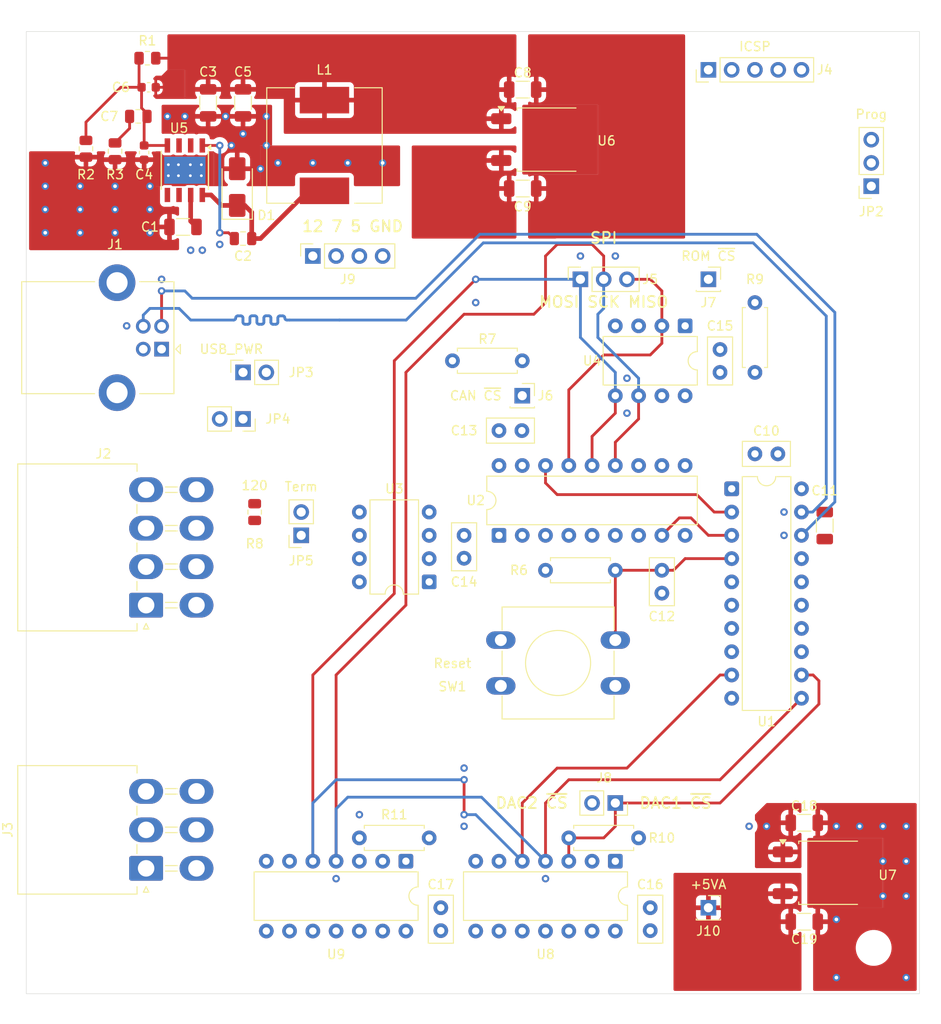
<source format=kicad_pcb>
(kicad_pcb (version 20241229) (generator "pcbnew") (generator_version "9.0")
  (title_block (title "CAN Gauge Interface") (date "2025-09-27") (rev "0.1") (company "Sam Anthony"))
  (layers (0 "F.Cu" signal) (4 "In1.Cu" signal) (6 "In2.Cu" signal) (2 "B.Cu" power) (13 "F.Paste" user) (15 "B.Paste" user) (5 "F.SilkS" user "F.Silkscreen") (7 "B.SilkS" user "B.Silkscreen") (1 "F.Mask" user) (3 "B.Mask" user) (25 "Edge.Cuts" user))
  (net 0 "")
  (net 1 "GND")
  (net 2 "+12V")
  (net 3 "Net-(U5-BOOT)")
  (net 4 "+7V")
  (net 5 "Net-(C7-Pad2)")
  (net 6 "+5V")
  (net 7 "Net-(U1-Vusb3v3)")
  (net 8 "/~{MCLR}")
  (net 9 "+5VA")
  (net 10 "/USB_D+")
  (net 11 "/USB_D-")
  (net 12 "VBUS")
  (net 15 "/CAN_L")
  (net 16 "/Speed")
  (net 17 "/Tach")
  (net 18 "/CAN_H")
  (net 19 "/AN4")
  (net 20 "/AN2")
  (net 21 "/AN3")
  (net 22 "/AN1")
  (net 23 "/ICSP_CLK")
  (net 24 "/ICSP_DAT")
  (net 25 "/SCK")
  (net 26 "/MOSI")
  (net 27 "/MISO")
  (net 28 "/CAN_~{CS}")
  (net 29 "/ROM_~{CS}")
  (net 30 "/DAC2_~{CS}")
  (net 31 "/DAC1_~{CS}")
  (net 32 "/INT{slash}ICSP_CLK")
  (net 33 "/INT")
  (net 34 "Net-(JP5-B)")
  (net 36 "/CLK")
  (net 39 "/CAN_RX")
  (net 40 "/CAN_TX")
  (net 53 "/PH")
  (net 54 "/sense")
  (footprint "Connector_PinSocket_2.54mm:PinSocket_1x01_P2.54mm_Vertical" (layer "F.Cu") (at 124.46 129.54)
    (property "Reference" "J7")
    (property "Value" "ROM ~{CS}")
  )
  (footprint "Capacitor_SMD:C_1206_3216Metric" (layer "F.Cu") (at 104.189 119.634)
    (property "Reference" "C9")
    (property "Value" "10u" (hide yes))
  )
  (footprint "Capacitor_SMD:C_0805_2012Metric" (layer "F.Cu") (at 62.23 111.76 180)
    (property "Reference" "C7")
    (property "Value" "47n" (hide yes))
  )
  (footprint "Connector_PinSocket_2.54mm:PinSocket_1x04_P2.54mm_Vertical" (layer "F.Cu") (at 81.28 127 90)
    (property "Reference" "J9")
    (property "Value" "Conn_01x04_Socket" (hide yes))
  )
  (footprint "MountingHole:MountingHole_3.2mm_M3_DIN965" (layer "F.Cu") (at 55 202.5)
    (property "Reference" "H1" (hide yes))
    (property "Value" "MountingHole" (hide yes))
  )
  (footprint "Capacitor_SMD:C_1206_3216Metric" (layer "F.Cu") (at 134.923 199.644)
    (property "Reference" "C19")
    (property "Value" "10u" (hide yes))
  )
  (footprint "Resistor_THT:R_Axial_DIN0207_L6.3mm_D2.5mm_P7.62mm_Horizontal" (layer "F.Cu") (at 116.84 190.5 180)
    (property "Reference" "R10")
    (property "Value" "10k" (hide yes))
  )
  (footprint "Capacitor_SMD:C_1206_3216Metric" (layer "F.Cu") (at 134.923 188.849)
    (property "Reference" "C18")
    (property "Value" "10u" (hide yes))
  )
  (footprint "Package_TO_SOT_SMD:TO-252-2" (layer "F.Cu") (at 106.894 114.294)
    (property "Reference" "U6")
    (property "Value" "L78M05AB" (hide yes))
  )
  (footprint "Capacitor_THT:C_Disc_D5.0mm_W2.5mm_P2.50mm" (layer "F.Cu") (at 118.11 198.12 -90)
    (property "Reference" "C16")
    (property "Value" "100n" (hide yes))
  )
  (footprint "MountingHole:MountingHole_3.2mm_M3_DIN965" (layer "F.Cu") (at 142.5 202.5)
    (property "Reference" "H2" (hide yes))
    (property "Value" "MountingHole" (hide yes))
  )
  (footprint "Capacitor_SMD:C_0603_1608Metric" (layer "F.Cu") (at 62.865 115.71 -90)
    (property "Reference" "C4")
    (property "Value" "220p" (hide yes))
  )
  (footprint "Connector_Molex:Molex_Mini-Fit_Jr_5569-06A2_2x03_P4.20mm_Horizontal" (layer "F.Cu") (at 63.08 193.82 90)
    (property "Reference" "J3")
    (property "Value" "Analog")
  )
  (footprint "Resistor_SMD:R_0805_2012Metric" (layer "F.Cu") (at 63.2225 105.41)
    (property "Reference" "R1")
    (property "Value" "10k" (hide yes))
  )
  (footprint "Connector_USB:USB_B_Lumberg_2411_02_Horizontal" (layer "F.Cu") (at 64.77 137.16 180)
    (property "Reference" "J1")
    (property "Value" "USB_B" (hide yes))
  )
  (footprint "Connector_PinSocket_2.54mm:PinSocket_1x02_P2.54mm_Vertical" (layer "F.Cu") (at 80.01 157.48 180)
    (property "Reference" "JP5")
    (property "Value" "Term")
  )
  (footprint "Capacitor_SMD:C_0603_1608Metric" (layer "F.Cu") (at 63.36 108.585)
    (property "Reference" "C6")
    (property "Value" "3300p" (hide yes))
  )
  (footprint "Inductor_SMD:L_12x12mm_H8mm" (layer "F.Cu") (at 82.55 114.935 90)
    (property "Reference" "L1")
    (property "Value" "150u" (hide yes))
  )
  (footprint "MountingHole:MountingHole_3.2mm_M3_DIN965" (layer "F.Cu") (at 55 107.5)
    (property "Reference" "H4" (hide yes))
    (property "Value" "MountingHole" (hide yes))
  )
  (footprint "Resistor_SMD:R_0805_2012Metric" (layer "F.Cu") (at 56.515 115.2925 -90)
    (property "Reference" "R2")
    (property "Value" "3k24" (hide yes))
  )
  (footprint "Resistor_THT:R_Axial_DIN0207_L6.3mm_D2.5mm_P7.62mm_Horizontal" (layer "F.Cu") (at 106.68 161.29)
    (property "Reference" "R6")
    (property "Value" "10k" (hide yes))
  )
  (footprint "Connector_PinSocket_2.54mm:PinSocket_1x02_P2.54mm_Vertical" (layer "F.Cu") (at 114.3 186.69 -90)
    (property "Reference" "J8")
    (property "Value" "DAC ~{CS}" (hide yes))
  )
  (footprint "Button_Switch_THT:SW_PUSH-12mm" (layer "F.Cu") (at 114.3 173.91 180)
    (property "Reference" "SW1")
    (property "Value" "Reset")
  )
  (footprint "Capacitor_SMD:C_1206_3216Metric" (layer "F.Cu") (at 69.85 110.285 -90)
    (property "Reference" "C3")
    (property "Value" "22u" (hide yes))
  )
  (footprint "Connector_PinSocket_2.54mm:PinSocket_1x01_P2.54mm_Vertical" (layer "F.Cu") (at 104.14 142.24)
    (property "Reference" "J6")
    (property "Value" "CAN ~{CS}")
  )
  (footprint "Resistor_THT:R_Axial_DIN0207_L6.3mm_D2.5mm_P7.62mm_Horizontal" (layer "F.Cu") (at 129.54 139.7 90)
    (property "Reference" "R9")
    (property "Value" "10k" (hide yes))
  )
  (footprint "Connector_PinSocket_2.54mm:PinSocket_1x03_P2.54mm_Vertical" (layer "F.Cu") (at 142.24 119.38 180)
    (property "Reference" "JP2")
    (property "Value" "Prog")
  )
  (footprint "Package_DIP:DIP-14_W7.62mm" (layer "F.Cu") (at 114.3 193.04 -90)
    (property "Reference" "U8")
    (property "Value" "MCP4912" (hide yes))
  )
  (footprint "Diode_SMD:D_SMA" (layer "F.Cu") (at 73.025 119.475 90)
    (property "Reference" "D1")
    (property "Value" "SS34" (hide yes))
  )
  (footprint "Connector_Molex:Molex_Mini-Fit_Jr_5569-08A2_2x04_P4.20mm_Horizontal" (layer "F.Cu") (at 63.08 165.1 90)
    (property "Reference" "J2")
    (property "Value" "Conn_02x04_Top_Bottom" (hide yes))
  )
  (footprint "Resistor_SMD:R_0805_2012Metric" (layer "F.Cu") (at 59.69 115.57 -90)
    (property "Reference" "R3")
    (property "Value" "2k7" (hide yes))
  )
  (footprint "Package_DIP:DIP-8_W7.62mm" (layer "F.Cu") (at 93.98 162.56 180)
    (property "Reference" "U3")
    (property "Value" "MCP2561-E-P" (hide yes))
  )
  (footprint "Resistor_THT:R_Axial_DIN0207_L6.3mm_D2.5mm_P7.62mm_Horizontal" (layer "F.Cu") (at 96.52 138.43)
    (property "Reference" "R7")
    (property "Value" "10k" (hide yes))
  )
  (footprint "Capacitor_SMD:C_1206_3216Metric" (layer "F.Cu") (at 73.66 110.285 -90)
    (property "Reference" "C5")
    (property "Value" "22u" (hide yes))
  )
  (footprint "Connector_PinHeader_2.54mm:PinHeader_1x05_P2.54mm_Vertical" (layer "F.Cu") (at 124.46 106.68 90)
    (property "Reference" "J4")
    (property "Value" "ICSP")
  )
  (footprint "Capacitor_THT:C_Disc_D5.0mm_W2.5mm_P2.50mm" (layer "F.Cu") (at 97.79 159.98 90)
    (property "Reference" "C14")
    (property "Value" "100n" (hide yes))
  )
  (footprint "Connector_PinSocket_2.54mm:PinSocket_1x03_P2.54mm_Vertical" (layer "F.Cu") (at 110.49 129.54 90)
    (property "Reference" "J5")
    (property "Value" "SPI Debug" (hide yes))
  )
  (footprint "Connector_PinSocket_2.54mm:PinSocket_1x02_P2.54mm_Vertical" (layer "F.Cu") (at 73.66 144.78 -90)
    (property "Reference" "JP4")
    (property "Value" "USB_PWR" (hide yes))
  )
  (footprint "Capacitor_SMD:C_1206_3216Metric" (layer "F.Cu") (at 104.189 108.839)
    (property "Reference" "C8")
    (property "Value" "10u" (hide yes))
  )
  (footprint "Connector_PinSocket_2.54mm:PinSocket_1x01_P2.54mm_Vertical" (layer "F.Cu") (at 124.46 198.12)
    (property "Reference" "J10")
    (property "Value" "+5VA")
  )
  (footprint "Package_DIP:DIP-20_W7.62mm" (layer "F.Cu") (at 127 152.4)
    (property "Reference" "U1")
    (property "Value" "PIC16F1459-IP" (hide yes))
  )
  (footprint "Capacitor_SMD:C_0805_2012Metric" (layer "F.Cu") (at 73.66 125.095)
    (property "Reference" "C2")
    (property "Value" "10n" (hide yes))
  )
  (footprint "Package_SO:TI_SO-PowerPAD-8_ThermalVias" (layer "F.Cu") (at 67.31 117.635 -90)
    (property "Reference" "U5")
    (property "Value" "TPS5430DDA" (hide yes))
  )
  (footprint "Capacitor_THT:C_Disc_D5.0mm_W2.5mm_P2.50mm" (layer "F.Cu") (at 119.38 161.29 -90)
    (property "Reference" "C12")
    (property "Value" "100n" (hide yes))
  )
  (footprint "Capacitor_THT:C_Disc_D5.0mm_W2.5mm_P2.50mm" (layer "F.Cu") (at 95.25 198.12 -90)
    (property "Reference" "C17")
    (property "Value" "100n" (hide yes))
  )
  (footprint "Resistor_SMD:R_0805_2012Metric" (layer "F.Cu") (at 74.93 154.94 90)
    (property "Reference" "R8")
    (property "Value" "120")
  )
  (footprint "Capacitor_THT:C_Disc_D5.0mm_W2.5mm_P2.50mm" (layer "F.Cu") (at 129.54 148.59)
    (property "Reference" "C10")
    (property "Value" "100n" (hide yes))
  )
  (footprint "MountingHole:MountingHole_3.2mm_M3_DIN965" (layer "F.Cu") (at 142.5 107.5)
    (property "Reference" "H3" (hide yes))
    (property "Value" "MountingHole" (hide yes))
  )
  (footprint "Capacitor_THT:C_Disc_D5.0mm_W2.5mm_P2.50mm" (layer "F.Cu") (at 104.1 146.05 180)
    (property "Reference" "C13")
    (property "Value" "100n" (hide yes))
  )
  (footprint "Resistor_THT:R_Axial_DIN0207_L6.3mm_D2.5mm_P7.62mm_Horizontal" (layer "F.Cu") (at 93.98 190.5 180)
    (property "Reference" "R11")
    (property "Value" "10k" (hide yes))
  )
  (footprint "Connector_PinSocket_2.54mm:PinSocket_1x02_P2.54mm_Vertical" (layer "F.Cu") (at 73.66 139.7 90)
    (property "Reference" "JP3")
    (property "Value" "USB_PWR")
  )
  (footprint "Package_DIP:DIP-18_W7.62mm" (layer "F.Cu") (at 101.6 157.48 90)
    (property "Reference" "U2")
    (property "Value" "MCP2515-I/P" (hide yes))
  )
  (footprint "Capacitor_SMD:C_1206_3216Metric" (layer "F.Cu") (at 137.16 156.415 90)
    (property "Reference" "C11")
    (property "Value" "1u" (hide yes))
  )
  (footprint "Package_DIP:DIP-8_W7.62mm" (layer "F.Cu") (at 121.92 134.62 -90)
    (property "Reference" "U4")
    (property "Value" "25LC160C" (hide yes))
  )
  (footprint "Package_TO_SOT_SMD:TO-252-2" (layer "F.Cu") (at 137.628 194.304)
    (property "Reference" "U7")
    (property "Value" "L78M05AB" (hide yes))
  )
  (footprint "Capacitor_SMD:C_1206_3216Metric" (layer "F.Cu") (at 67.105 123.825 180)
    (property "Reference" "C1")
    (property "Value" "22u" (hide yes))
  )
  (footprint "Capacitor_THT:C_Disc_D5.0mm_W2.5mm_P2.50mm" (layer "F.Cu") (at 125.73 137.2 -90)
    (property "Reference" "C15")
    (property "Value" "100n" (hide yes))
  )
  (footprint "Package_DIP:DIP-14_W7.62mm" (layer "F.Cu") (at 91.44 193.04 -90)
    (property "Reference" "U9")
    (property "Value" "MCP4912" (hide yes))
  )
  (gr_rect (start 50 102.5) (end 147.5 207.5) (stroke (width 0.05)) (fill no) (layer "Edge.Cuts"))
  (gr_text "12 7 5 GND" (at 80.01 124.46 0) (layer "F.SilkS") (effects (font (size 1.2 1.2) (thickness 0.2) (bold yes)) (justify left bottom)))
  (gr_text "SPI" (at 113.03 125.73 0) (layer "F.SilkS") (effects (font (size 1.2 1.2) (thickness 0.2) (bold yes)) (justify bottom)))
  (gr_text "DAC2 ~{CS}" (at 109.22 186.69 0) (layer "F.SilkS") (effects (font (size 1.2 1.2) (thickness 0.2) (bold yes)) (justify right)))
  (gr_text "DAC1 ~{CS}" (at 116.84 186.69 0) (layer "F.SilkS") (effects (font (size 1.2 1.2) (thickness 0.2) (bold yes)) (justify left)))
  (gr_text "MOSI SCK MISO" (at 113.03 132.715 0) (layer "F.SilkS") (effects (font (size 1.2 1.2) (thickness 0.2) (bold yes)) (justify bottom)))
  (via (at 71.755 111.76) (size 0.8128) (drill 0.4) (layers "F.Cu" "B.Cu") (net 1))
  (via (at 73.66 113.665) (size 0.8128) (drill 0.4) (layers "F.Cu" "B.Cu") (net 1))
  (via (at 63.5 124.46) (size 0.8128) (drill 0.4) (layers "F.Cu" "B.Cu") (net 1))
  (via (at 146.05 196.85) (size 0.8128) (drill 0.4) (layers "F.Cu" "B.Cu") (net 1))
  (via (at 67.31 111.76) (size 0.8128) (drill 0.4) (layers "F.Cu" "B.Cu") (net 1))
  (via (at 86.36 187.96) (size 0.8128) (drill 0.4) (layers "F.Cu" "B.Cu") (net 1))
  (via (at 138.43 199.39) (size 0.8128) (drill 0.4) (layers "F.Cu" "B.Cu") (net 1))
  (via (at 69.215 126.365) (size 0.8128) (drill 0.4) (layers "F.Cu" "B.Cu") (net 1))
  (via (at 146.05 193.04) (size 0.8128) (drill 0.4) (layers "F.Cu" "B.Cu") (net 1))
  (via (at 143.51 189.23) (size 0.8128) (drill 0.4) (layers "F.Cu" "B.Cu") (net 1))
  (via (at 75.565 117.475) (size 0.8128) (drill 0.4) (layers "F.Cu" "B.Cu") (net 1))
  (via (at 65.405 111.76) (size 0.8128) (drill 0.4) (layers "F.Cu" "B.Cu") (net 1))
  (via (at 55.88 121.92) (size 0.8128) (drill 0.4) (layers "F.Cu" "B.Cu") (net 1))
  (via (at 138.43 189.23) (size 0.8128) (drill 0.4) (layers "F.Cu" "B.Cu") (net 1))
  (via (at 110.49 127) (size 0.8128) (drill 0.4) (layers "F.Cu" "B.Cu") (net 1))
  (via (at 128.905 189.23) (size 0.8128) (drill 0.4) (layers "F.Cu" "B.Cu") (net 1))
  (via (at 132.715 157.48) (size 0.8128) (drill 0.4) (layers "F.Cu" "B.Cu") (net 1))
  (via (at 52.07 119.38) (size 0.8128) (drill 0.4) (layers "F.Cu" "B.Cu") (net 1))
  (via (at 146.05 205.74) (size 0.8128) (drill 0.4) (layers "F.Cu" "B.Cu") (net 1))
  (via (at 59.69 121.92) (size 0.8128) (drill 0.4) (layers "F.Cu" "B.Cu") (net 1))
  (via (at 115.57 140.335) (size 0.8128) (drill 0.4) (layers "F.Cu" "B.Cu") (net 1))
  (via (at 55.88 119.38) (size 0.8128) (drill 0.4) (layers "F.Cu" "B.Cu") (net 1))
  (via (at 106.68 194.945) (size 0.8128) (drill 0.4) (layers "F.Cu" "B.Cu") (net 1))
  (via (at 76.2 114.935) (size 0.8128) (drill 0.4) (layers "F.Cu" "B.Cu") (net 1))
  (via (at 140.97 189.23) (size 0.8128) (drill 0.4) (layers "F.Cu" "B.Cu") (net 1))
  (via (at 60.96 134.62) (size 0.8128) (drill 0.4) (layers "F.Cu" "B.Cu") (net 1))
  (via (at 115.57 144.145) (size 0.8128) (drill 0.4) (layers "F.Cu" "B.Cu") (net 1))
  (via (at 71.12 125.73) (size 0.8128) (drill 0.4) (layers "F.Cu" "B.Cu") (net 1))
  (via (at 88.9 116.84) (size 0.8128) (drill 0.4) (layers "F.Cu" "B.Cu") (net 1))
  (via (at 138.43 205.74) (size 0.8128) (drill 0.4) (layers "F.Cu" "B.Cu") (net 1))
  (via (at 99.06 132.08) (size 0.8128) (drill 0.4) (layers "F.Cu" "B.Cu") (net 1))
  (via (at 52.07 116.84) (size 0.8128) (drill 0.4) (layers "F.Cu" "B.Cu") (net 1))
  (via (at 72.39 114.935) (size 0.8128) (drill 0.4) (layers "F.Cu" "B.Cu") (net 1))
  (via (at 64.77 129.54) (size 0.8128) (drill 0.4) (layers "F.Cu" "B.Cu") (net 1))
  (via (at 63.5 121.92) (size 0.8128) (drill 0.4) (layers "F.Cu" "B.Cu") (net 1))
  (via (at 97.79 189.23) (size 0.8128) (drill 0.4) (layers "F.Cu" "B.Cu") (net 1))
  (via (at 52.07 124.46) (size 0.8128) (drill 0.4) (layers "F.Cu" "B.Cu") (net 1))
  (via (at 83.82 194.945) (size 0.8128) (drill 0.4) (layers "F.Cu" "B.Cu") (net 1))
  (via (at 146.05 189.23) (size 0.8128) (drill 0.4) (layers "F.Cu" "B.Cu") (net 1))
  (via (at 59.69 119.38) (size 0.8128) (drill 0.4) (layers "F.Cu" "B.Cu") (net 1))
  (via (at 97.79 182.88) (size 0.8128) (drill 0.4) (layers "F.Cu" "B.Cu") (net 1))
  (via (at 55.88 124.46) (size 0.8128) (drill 0.4) (layers "F.Cu" "B.Cu") (net 1))
  (via (at 132.715 154.94) (size 0.8128) (drill 0.4) (layers "F.Cu" "B.Cu") (net 1))
  (via (at 143.51 196.85) (size 0.8128) (drill 0.4) (layers "F.Cu" "B.Cu") (net 1))
  (via (at 63.5 119.38) (size 0.8128) (drill 0.4) (layers "F.Cu" "B.Cu") (net 1))
  (via (at 59.69 124.46) (size 0.8128) (drill 0.4) (layers "F.Cu" "B.Cu") (net 1))
  (via (at 76.2 111.76) (size 0.8128) (drill 0.4) (layers "F.Cu" "B.Cu") (net 1))
  (via (at 77.47 116.84) (size 0.8128) (drill 0.4) (layers "F.Cu" "B.Cu") (net 1))
  (via (at 143.51 193.04) (size 0.8128) (drill 0.4) (layers "F.Cu" "B.Cu") (net 1))
  (via (at 81.28 116.84) (size 0.8128) (drill 0.4) (layers "F.Cu" "B.Cu") (net 1))
  (via (at 52.07 121.92) (size 0.8128) (drill 0.4) (layers "F.Cu" "B.Cu") (net 1))
  (via (at 85.09 116.84) (size 0.8128) (drill 0.4) (layers "F.Cu" "B.Cu") (net 1))
  (via (at 114.3 127) (size 0.8128) (drill 0.4) (layers "F.Cu" "B.Cu") (net 1))
  (segment (start 67.945 123.19) (end 68.58 123.825) (width 0.508) (layer "F.Cu") (net 2))
  (segment (start 67.945 120.335) (end 67.945 123.19) (width 0.508) (layer "F.Cu") (net 2))
  (via (at 67.945 126.365) (size 0.8128) (drill 0.4) (layers "F.Cu" "B.Cu") (net 2))
  (segment (start 69.215 114.935) (end 71.12 114.935) (width 0.3048) (layer "F.Cu") (net 3))
  (segment (start 72.075 124.46) (end 72.71 125.095) (width 0.3048) (layer "F.Cu") (net 3))
  (segment (start 71.12 124.46) (end 72.075 124.46) (width 0.3048) (layer "F.Cu") (net 3))
  (via (at 71.12 114.935) (size 0.8128) (drill 0.4) (layers "F.Cu" "B.Cu") (net 3))
  (via (at 71.12 124.46) (size 0.8128) (drill 0.4) (layers "F.Cu" "B.Cu") (net 3))
  (segment (start 71.12 114.935) (end 71.12 124.46) (width 0.3048) (layer "B.Cu") (net 3))
  (segment (start 69.85 107.315) (end 69.85 108.81) (width 0.3048) (layer "F.Cu") (net 4))
  (segment (start 64.135 105.41) (end 67.945 105.41) (width 0.3048) (layer "F.Cu") (net 4))
  (segment (start 67.945 105.41) (end 69.85 107.315) (width 0.3048) (layer "F.Cu") (net 4))
  (via (at 130.81 189.23) (size 0.8128) (drill 0.4) (layers "F.Cu" "B.Cu") (net 4))
  (segment (start 61.28 113.0675) (end 59.69 114.6575) (width 0.3048) (layer "F.Cu") (net 5))
  (segment (start 61.28 111.76) (end 61.28 113.0675) (width 0.3048) (layer "F.Cu") (net 5))
  (segment (start 120.65 161.29) (end 119.38 161.29) (width 0.3048) (layer "F.Cu") (net 8))
  (segment (start 119.38 161.29) (end 114.3 161.29) (width 0.3048) (layer "F.Cu") (net 8))
  (segment (start 121.92 160.02) (end 120.65 161.29) (width 0.3048) (layer "F.Cu") (net 8))
  (segment (start 114.3 161.29) (end 114.3 168.91) (width 0.3048) (layer "F.Cu") (net 8))
  (segment (start 127 160.02) (end 121.92 160.02) (width 0.3048) (layer "F.Cu") (net 8))
  (segment (start 77.461574 134.216077) (end 77.461574 133.985) (width 0.3048) (layer "B.Cu") (net 10))
  (segment (start 76.168649 133.522849) (end 76.468499 133.522849) (width 0.3048) (layer "B.Cu") (net 10))
  (segment (start 73.88265 134.447153) (end 74.182498 134.447153) (width 0.3048) (layer "B.Cu") (net 10))
  (segment (start 137.3251 153.445822) (end 135.830922 154.94) (width 0.3048) (layer "B.Cu") (net 10))
  (segment (start 84.179101 133.985) (end 91.46954 133.985) (width 0.3048) (layer "B.Cu") (net 10))
  (segment (start 129.34536 125.5649) (end 137.3251 133.54464) (width 0.3048) (layer "B.Cu") (net 10))
  (segment (start 76.93065 134.447153) (end 77.230498 134.447153) (width 0.3048) (layer "B.Cu") (net 10))
  (segment (start 74.413574 133.985) (end 74.413574 133.753923) (width 0.3048) (layer "B.Cu") (net 10))
  (segment (start 76.699574 133.753924) (end 76.699574 133.985) (width 0.3048) (layer "B.Cu") (net 10))
  (segment (start 91.46954 133.985) (end 99.88964 125.5649) (width 0.3048) (layer "B.Cu") (net 10))
  (segment (start 78.731574 133.985) (end 84.179101 133.985) (width 0.3048) (layer "B.Cu") (net 10))
  (segment (start 62.77 133.445) (end 63.5 132.715) (width 0.3048) (layer "B.Cu") (net 10))
  (segment (start 75.40665 134.447152) (end 75.706498 134.447152) (width 0.3048) (layer "B.Cu") (net 10))
  (segment (start 73.651574 133.985) (end 73.651574 134.216077) (width 0.3048) (layer "B.Cu") (net 10))
  (segment (start 77.689051 133.530046) (end 77.996097 133.530046) (width 0.3048) (layer "B.Cu") (net 10))
  (segment (start 63.5 132.715) (end 66.675 132.715) (width 0.3048) (layer "B.Cu") (net 10))
  (segment (start 75.937574 133.985) (end 75.937574 133.753924) (width 0.3048) (layer "B.Cu") (net 10))
  (segment (start 62.77 134.66) (end 62.77 133.445) (width 0.3048) (layer "B.Cu") (net 10))
  (segment (start 75.175574 133.985) (end 75.175574 134.216076) (width 0.3048) (layer "B.Cu") (net 10))
  (segment (start 75.937574 134.216076) (end 75.937574 133.985) (width 0.3048) (layer "B.Cu") (net 10))
  (segment (start 67.945 133.985) (end 72.635574 133.985) (width 0.3048) (layer "B.Cu") (net 10))
  (segment (start 99.88964 125.5649) (end 129.34536 125.5649) (width 0.3048) (layer "B.Cu") (net 10))
  (segment (start 74.413574 134.216077) (end 74.413574 133.985) (width 0.3048) (layer "B.Cu") (net 10))
  (segment (start 73.090478 133.530096) (end 73.424122 133.530096) (width 0.3048) (layer "B.Cu") (net 10))
  (segment (start 76.699574 133.985) (end 76.699574 134.216077) (width 0.3048) (layer "B.Cu") (net 10))
  (segment (start 74.64465 133.522847) (end 74.944498 133.522847) (width 0.3048) (layer "B.Cu") (net 10))
  (segment (start 73.651574 133.757548) (end 73.651574 133.985) (width 0.3048) (layer "B.Cu") (net 10))
  (segment (start 137.3251 133.54464) (end 137.3251 153.445822) (width 0.3048) (layer "B.Cu") (net 10))
  (segment (start 77.461574 133.985) (end 77.461574 133.757523) (width 0.3048) (layer "B.Cu") (net 10))
  (segment (start 135.830922 154.94) (end 134.62 154.94) (width 0.3048) (layer "B.Cu") (net 10))
  (segment (start 66.675 132.715) (end 67.945 133.985) (width 0.3048) (layer "B.Cu") (net 10))
  (segment (start 78.451051 133.985) (end 78.731574 133.985) (width 0.3048) (layer "B.Cu") (net 10))
  (segment (start 75.175574 133.753923) (end 75.175574 133.985) (width 0.3048) (layer "B.Cu") (net 10))
  (arc (start 75.937574 133.753924) (mid 76.005254 133.590529) (end 76.168649 133.522849) (width 0.3048) (layer "B.Cu") (net 10))
  (arc (start 76.468499 133.522849) (mid 76.631894 133.590529) (end 76.699574 133.753924) (width 0.3048) (layer "B.Cu") (net 10))
  (arc (start 72.635574 133.985) (mid 72.796407 133.918381) (end 72.863026 133.757548) (width 0.3048) (layer "B.Cu") (net 10))
  (arc (start 77.230498 134.447153) (mid 77.393893 134.379472) (end 77.461574 134.216077) (width 0.3048) (layer "B.Cu") (net 10))
  (arc (start 78.223574 133.757523) (mid 78.2902 133.918374) (end 78.451051 133.985) (width 0.3048) (layer "B.Cu") (net 10))
  (arc (start 77.461574 133.757523) (mid 77.5282 133.596672) (end 77.689051 133.530046) (width 0.3048) (layer "B.Cu") (net 10))
  (arc (start 76.699574 134.216077) (mid 76.767255 134.379472) (end 76.93065 134.447153) (width 0.3048) (layer "B.Cu") (net 10))
  (arc (start 74.413574 133.753923) (mid 74.481255 133.590528) (end 74.64465 133.522847) (width 0.3048) (layer "B.Cu") (net 10))
  (arc (start 75.175574 134.216076) (mid 75.243255 134.379471) (end 75.40665 134.447152) (width 0.3048) (layer "B.Cu") (net 10))
  (arc (start 75.706498 134.447152) (mid 75.869893 134.379471) (end 75.937574 134.216076) (width 0.3048) (layer "B.Cu") (net 10))
  (arc (start 74.944498 133.522847) (mid 75.107893 133.590528) (end 75.175574 133.753923) (width 0.3048) (layer "B.Cu") (net 10))
  (arc (start 77.996097 133.530046) (mid 78.156948 133.596672) (end 78.223574 133.757523) (width 0.3048) (layer "B.Cu") (net 10))
  (arc (start 72.863026 133.757548) (mid 72.929645 133.596715) (end 73.090478 133.530096) (width 0.3048) (layer "B.Cu") (net 10))
  (arc (start 73.651574 134.216077) (mid 73.719255 134.379472) (end 73.88265 134.447153) (width 0.3048) (layer "B.Cu") (net 10))
  (arc (start 74.182498 134.447153) (mid 74.345893 134.379472) (end 74.413574 134.216077) (width 0.3048) (layer "B.Cu") (net 10))
  (arc (start 73.424122 133.530096) (mid 73.584955 133.596715) (end 73.651574 133.757548) (width 0.3048) (layer "B.Cu") (net 10))
  (segment (start 64.77 130.81) (end 64.77 134.66) (width 0.3048) (layer "F.Cu") (net 11))
  (via (at 64.77 130.81) (size 0.8128) (drill 0.4) (layers "F.Cu" "B.Cu") (net 11))
  (segment (start 138.2649 153.8351) (end 138.2649 133.15536) (width 0.3048) (layer "B.Cu") (net 11))
  (segment (start 68.1101 131.6101) (end 67.31 130.81) (width 0.3048) (layer "B.Cu") (net 11))
  (segment (start 129.73464 124.6251) (end 99.50036 124.6251) (width 0.3048) (layer "B.Cu") (net 11))
  (segment (start 138.2649 133.15536) (end 129.73464 124.6251) (width 0.3048) (layer "B.Cu") (net 11))
  (segment (start 92.51536 131.6101) (end 68.1101 131.6101) (width 0.3048) (layer "B.Cu") (net 11))
  (segment (start 67.31 130.81) (end 64.77 130.81) (width 0.3048) (layer "B.Cu") (net 11))
  (segment (start 134.62 157.48) (end 138.2649 153.8351) (width 0.3048) (layer "B.Cu") (net 11))
  (segment (start 99.50036 124.6251) (end 92.51536 131.6101) (width 0.3048) (layer "B.Cu") (net 11))
  (segment (start 91.44 165.1) (end 83.82 172.72) (width 0.3048) (layer "F.Cu") (net 25))
  (segment (start 113.03 129.54) (end 113.03 127) (width 0.3048) (layer "F.Cu") (net 25))
  (segment (start 83.82 172.72) (end 83.82 193.04) (width 0.3048) (layer "F.Cu") (net 25))
  (segment (start 105.41 133.35) (end 97.79 133.35) (width 0.3048) (layer "F.Cu") (net 25))
  (segment (start 125.73 184.15) (end 109.22 184.15) (width 0.3048) (layer "F.Cu") (net 25))
  (segment (start 107.95 125.73) (end 106.68 127) (width 0.3048) (layer "F.Cu") (net 25))
  (segment (start 97.79 133.35) (end 91.44 139.7) (width 0.3048) (layer "F.Cu") (net 25))
  (segment (start 113.03 127) (end 111.76 125.73) (width 0.3048) (layer "F.Cu") (net 25))
  (segment (start 106.68 127) (end 106.68 132.08) (width 0.3048) (layer "F.Cu") (net 25))
  (segment (start 106.68 186.69) (end 106.68 193.04) (width 0.3048) (layer "F.Cu") (net 25))
  (segment (start 91.44 139.7) (end 91.44 165.1) (width 0.3048) (layer "F.Cu") (net 25))
  (segment (start 111.76 125.73) (end 107.95 125.73) (width 0.3048) (layer "F.Cu") (net 25))
  (segment (start 114.3 147.32) (end 114.3 149.86) (width 0.3048) (layer "F.Cu") (net 25))
  (segment (start 116.84 144.78) (end 114.3 147.32) (width 0.3048) (layer "F.Cu") (net 25))
  (segment (start 116.84 142.24) (end 116.84 144.78) (width 0.3048) (layer "F.Cu") (net 25))
  (segment (start 106.68 132.08) (end 105.41 133.35) (width 0.3048) (layer "F.Cu") (net 25))
  (segment (start 109.22 184.15) (end 106.68 186.69) (width 0.3048) (layer "F.Cu") (net 25))
  (segment (start 134.62 175.26) (end 125.73 184.15) (width 0.3048) (layer "F.Cu") (net 25))
  (segment (start 99.695 186.055) (end 106.68 193.04) (width 0.3048) (layer "B.Cu") (net 25))
  (segment (start 112.395 135.89) (end 112.395 133.35) (width 0.3048) (layer "B.Cu") (net 25))
  (segment (start 83.82 193.04) (end 83.82 187.325) (width 0.3048) (layer "B.Cu") (net 25))
  (segment (start 83.82 187.325) (end 85.09 186.055) (width 0.3048) (layer "B.Cu") (net 25))
  (segment (start 116.84 142.24) (end 116.84 140.335) (width 0.3048) (layer "B.Cu") (net 25))
  (segment (start 112.395 133.35) (end 113.03 132.715) (width 0.3048) (layer "B.Cu") (net 25))
  (segment (start 116.84 140.335) (end 112.395 135.89) (width 0.3048) (layer "B.Cu") (net 25))
  (segment (start 85.09 186.055) (end 99.695 186.055) (width 0.3048) (layer "B.Cu") (net 25))
  (segment (start 113.03 132.715) (end 113.03 129.54) (width 0.3048) (layer "B.Cu") (net 25))
  (segment (start 127 172.72) (end 125.73 172.72) (width 0.3048) (layer "F.Cu") (net 26))
  (segment (start 90.17 163.83) (end 90.17 138.43) (width 0.3048) (layer "F.Cu") (net 26))
  (segment (start 97.79 187.96) (end 97.79 184.15) (width 0.3048) (layer "F.Cu") (net 26))
  (segment (start 114.3 144.145) (end 111.76 146.685) (width 0.3048) (layer "F.Cu") (net 26))
  (segment (start 81.28 193.04) (end 81.28 172.72) (width 0.3048) (layer "F.Cu") (net 26))
  (segment (start 114.3 142.24) (end 114.3 144.145) (width 0.3048) (layer "F.Cu") (net 26))
  (segment (start 81.28 172.72) (end 90.17 163.83) (width 0.3048) (layer "F.Cu") (net 26))
  (segment (start 104.14 186.69) (end 104.14 193.04) (width 0.3048) (layer "F.Cu") (net 26))
  (segment (start 111.76 146.685) (end 111.76 149.86) (width 0.3048) (layer "F.Cu") (net 26))
  (segment (start 107.95 182.88) (end 104.14 186.69) (width 0.3048) (layer "F.Cu") (net 26))
  (segment (start 90.17 138.43) (end 99.06 129.54) (width 0.3048) (layer "F.Cu") (net 26))
  (segment (start 125.73 172.72) (end 115.57 182.88) (width 0.3048) (layer "F.Cu") (net 26))
  (segment (start 115.57 182.88) (end 107.95 182.88) (width 0.3048) (layer "F.Cu") (net 26))
  (via (at 97.79 187.96) (size 0.8128) (drill 0.4) (layers "F.Cu" "B.Cu") (net 26))
  (via (at 99.06 129.54) (size 0.8128) (drill 0.4) (layers "F.Cu" "B.Cu") (net 26))
  (via (at 97.79 184.15) (size 0.8128) (drill 0.4) (layers "F.Cu" "B.Cu") (net 26))
  (segment (start 104.14 193.04) (end 99.06 187.96) (width 0.3048) (layer "B.Cu") (net 26))
  (segment (start 110.49 135.89) (end 114.3 139.7) (width 0.3048) (layer "B.Cu") (net 26))
  (segment (start 99.06 187.96) (end 97.79 187.96) (width 0.3048) (layer "B.Cu") (net 26))
  (segment (start 114.3 139.7) (end 114.3 142.24) (width 0.3048) (layer "B.Cu") (net 26))
  (segment (start 81.28 186.69) (end 81.28 193.04) (width 0.3048) (layer "B.Cu") (net 26))
  (segment (start 97.79 184.15) (end 83.82 184.15) (width 0.3048) (layer "B.Cu") (net 26))
  (segment (start 110.49 129.54) (end 110.49 135.89) (width 0.3048) (layer "B.Cu") (net 26))
  (segment (start 99.06 129.54) (end 110.49 129.54) (width 0.3048) (layer "B.Cu") (net 26))
  (segment (start 83.82 184.15) (end 81.28 186.69) (width 0.3048) (layer "B.Cu") (net 26))
  (segment (start 115.57 129.54) (end 118.11 129.54) (width 0.3048) (layer "F.Cu") (net 27))
  (segment (start 118.11 137.795) (end 119.38 136.525) (width 0.3048) (layer "F.Cu") (net 27))
  (segment (start 118.11 129.54) (end 119.38 130.81) (width 0.3048) (layer "F.Cu") (net 27))
  (segment (start 119.38 130.81) (end 119.38 134.62) (width 0.3048) (layer "F.Cu") (net 27))
  (segment (start 113.03 137.795) (end 118.11 137.795) (width 0.3048) (layer "F.Cu") (net 27))
  (segment (start 119.38 136.525) (end 119.38 134.62) (width 0.3048) (layer "F.Cu") (net 27))
  (segment (start 109.22 149.86) (end 109.22 141.605) (width 0.3048) (layer "F.Cu") (net 27))
  (segment (start 109.22 141.605) (end 113.03 137.795) (width 0.3048) (layer "F.Cu") (net 27))
  (segment (start 125.095 154.94) (end 123.19 153.035) (width 0.3048) (layer "F.Cu") (net 28))
  (segment (start 106.68 151.765) (end 106.68 149.86) (width 0.3048) (layer "F.Cu") (net 28))
  (segment (start 123.19 153.035) (end 107.95 153.035) (width 0.3048) (layer "F.Cu") (net 28))
  (segment (start 127 154.94) (end 125.095 154.94) (width 0.3048) (layer "F.Cu") (net 28))
  (segment (start 107.95 153.035) (end 106.68 151.765) (width 0.3048) (layer "F.Cu") (net 28))
  (segment (start 114.3 186.69) (end 114.3 189.23) (width 0.3048) (layer "F.Cu") (net 31))
  (segment (start 113.03 190.5) (end 109.22 190.5) (width 0.3048) (layer "F.Cu") (net 31))
  (segment (start 125.73 186.69) (end 114.3 186.69) (width 0.3048) (layer "F.Cu") (net 31))
  (segment (start 136.525 175.895) (end 125.73 186.69) (width 0.3048) (layer "F.Cu") (net 31))
  (segment (start 135.89 172.72) (end 136.525 173.355) (width 0.3048) (layer "F.Cu") (net 31))
  (segment (start 109.22 190.5) (end 109.22 193.04) (width 0.3048) (layer "F.Cu") (net 31))
  (segment (start 136.525 173.355) (end 136.525 175.895) (width 0.3048) (layer "F.Cu") (net 31))
  (segment (start 134.62 172.72) (end 135.89 172.72) (width 0.3048) (layer "F.Cu") (net 31))
  (segment (start 114.3 189.23) (end 113.03 190.5) (width 0.3048) (layer "F.Cu") (net 31))
  (segment (start 127 157.48) (end 124.46 157.48) (width 0.3048) (layer "F.Cu") (net 36))
  (segment (start 121.285 155.575) (end 119.38 157.48) (width 0.3048) (layer "F.Cu") (net 36))
  (segment (start 122.555 155.575) (end 121.285 155.575) (width 0.3048) (layer "F.Cu") (net 36))
  (segment (start 124.46 157.48) (end 122.555 155.575) (width 0.3048) (layer "F.Cu") (net 36))
  (segment (start 75.565 125.095) (end 80.775 119.885) (width 0.508) (layer "F.Cu") (net 53))
  (segment (start 73.025 121.475) (end 73.85 121.475) (width 0.508) (layer "F.Cu") (net 53))
  (segment (start 71.31 121.475) (end 73.025 121.475) (width 0.508) (layer "F.Cu") (net 53))
  (segment (start 80.775 119.885) (end 82.55 119.885) (width 0.508) (layer "F.Cu") (net 53))
  (segment (start 69.215 120.335) (end 70.17 120.335) (width 0.508) (layer "F.Cu") (net 53))
  (segment (start 74.61 122.235) (end 74.61 125.095) (width 0.508) (layer "F.Cu") (net 53))
  (segment (start 74.61 125.095) (end 75.565 125.095) (width 0.508) (layer "F.Cu") (net 53))
  (segment (start 73.85 121.475) (end 74.61 122.235) (width 0.508) (layer "F.Cu") (net 53))
  (segment (start 70.17 120.335) (end 71.31 121.475) (width 0.508) (layer "F.Cu") (net 53))
  (segment (start 62.865 112.075) (end 63.18 111.76) (width 0.3048) (layer "F.Cu") (net 54))
  (segment (start 62.585 108.585) (end 60.325 108.585) (width 0.3048) (layer "F.Cu") (net 54))
  (segment (start 63.18 111.44) (end 62.585 110.845) (width 0.3048) (layer "F.Cu") (net 54))
  (segment (start 62.585 110.845) (end 62.585 108.585) (width 0.3048) (layer "F.Cu") (net 54))
  (segment (start 65.405 114.935) (end 62.865 114.935) (width 0.3048) (layer "F.Cu") (net 54))
  (segment (start 63.18 111.76) (end 63.18 111.44) (width 0.3048) (layer "F.Cu") (net 54))
  (segment (start 56.515 112.395) (end 56.515 114.38) (width 0.3048) (layer "F.Cu") (net 54))
  (segment (start 62.31 105.41) (end 62.31 108.31) (width 0.3048) (layer "F.Cu") (net 54))
  (segment (start 62.31 108.31) (end 62.585 108.585) (width 0.3048) (layer "F.Cu") (net 54))
  (segment (start 60.325 108.585) (end 56.515 112.395) (width 0.3048) (layer "F.Cu") (net 54))
  (segment (start 62.865 114.935) (end 62.865 112.075) (width 0.3048) (layer "F.Cu") (net 54))
  (zone (net 4) (net_name "+7V") (layer "F.Cu") (priority 2) (connect_pads (clearance 0.508)) (min_thickness 0.3048) (fill yes (thermal_gap 0.508) (thermal_bridge_width 0.508))
    (polygon (pts (xy 65.405 109.855) (xy 65.405 102.235) (xy 103.505 102.235) (xy 103.505 113.665) (xy 78.105 113.665) (xy 78.105 109.855)))
  )
  (zone (net 4) (net_name "+7V") (layer "F.Cu") (priority 4) (connect_pads (clearance 0.3048)) (min_thickness 0.3048) (fill yes (thermal_gap 0.3048) (thermal_bridge_width 0.3048))
    (polygon (pts (xy 65.405 106.68) (xy 64.77 107.315) (xy 64.135 107.315) (xy 63.5 107.95) (xy 63.5 109.22) (xy 64.135 109.855) (xy 67.31 109.855) (xy 67.31 106.68)))
  )
  (zone (net 1) (net_name "GND") (layer "F.Cu") (priority 7) (connect_pads yes (clearance 0.508)) (min_thickness 0.3048) (fill yes (thermal_gap 0.508) (thermal_bridge_width 0.508))
    (polygon (pts (xy 104.14 110.49) (xy 112.395 110.49) (xy 112.395 118.11) (xy 104.14 118.11)))
  )
  (zone (net 1) (net_name "GND") (layer "F.Cu") (priority 6) (connect_pads (clearance 0.508)) (min_thickness 0.3048) (fill yes (thermal_gap 0.508) (thermal_bridge_width 0.508))
    (polygon (pts (xy 104.775 102.235) (xy 121.92 102.235) (xy 121.92 125.095) (xy 104.775 125.095)))
  )
  (zone (net 1) (net_name "GND") (layer "F.Cu") (priority 9) (connect_pads (clearance 0.508)) (min_thickness 0.3048) (fill yes (thermal_gap 0.508) (thermal_bridge_width 0.508) (island_removal_mode 1) (island_area_min 9.999999))
    (polygon (pts (xy 75.565 119.38) (xy 90.805 119.38) (xy 90.805 114.935) (xy 75.565 114.935)))
  )
  (zone (net 1) (net_name "GND") (layer "F.Cu") (priority 1) (connect_pads yes (clearance 0.3048)) (min_thickness 0.508) (fill yes (thermal_gap 0.508) (thermal_bridge_width 0.508))
    (polygon (pts (xy 64.135 115.57) (xy 64.135 119.38) (xy 70.485 119.38) (xy 70.485 115.57)))
  )
  (zone (net 4) (net_name "+7V") (layer "F.Cu") (priority 10) (connect_pads (clearance 0.508)) (min_thickness 0.3048) (fill yes (thermal_gap 0.508) (thermal_bridge_width 0.508) (island_removal_mode 1) (island_area_min 9.999999))
    (polygon (pts (xy 134.62 194.31) (xy 134.62 186.69) (xy 130.81 186.69) (xy 129.54 187.96) (xy 129.54 194.31)))
  )
  (zone (net 1) (net_name "GND") (layer "F.Cu") (priority 12) (connect_pads yes (clearance 0.508)) (min_thickness 0.3048) (fill yes (thermal_gap 0.508) (thermal_bridge_width 0.508) (island_removal_mode 1) (island_area_min 9.999999))
    (polygon (pts (xy 135.255 190.5) (xy 143.51 190.5) (xy 143.51 198.12) (xy 135.255 198.12)))
  )
  (zone (net 9) (net_name "+5VA") (layer "F.Cu") (priority 10) (connect_pads (clearance 0.508)) (min_thickness 0.3048) (fill yes (thermal_gap 0.508) (thermal_bridge_width 0.508) (island_removal_mode 1) (island_area_min 9.999999))
    (polygon (pts (xy 120.65 194.31) (xy 120.65 208.28) (xy 134.62 208.28) (xy 134.62 194.31)))
  )
  (zone (net 1) (net_name "GND") (layer "F.Cu") (connect_pads (clearance 0.508)) (min_thickness 0.3048) (fill yes (thermal_gap 0.508) (thermal_bridge_width 0.508))
    (polygon (pts (xy 49.53 115.57) (xy 49.53 126.365) (xy 66.675 126.365) (xy 66.675 119.38) (xy 76.835 119.38) (xy 76.835 110.49) (xy 64.77 110.49) (xy 64.77 115.57)))
  )
  (zone (net 1) (net_name "GND") (layer "F.Cu") (priority 11) (connect_pads (clearance 0.508)) (min_thickness 0.3048) (fill yes (thermal_gap 0.508) (thermal_bridge_width 0.508) (island_removal_mode 1) (island_area_min 9.999999))
    (polygon (pts (xy 135.89 186.69) (xy 148.59 186.69) (xy 148.59 208.28) (xy 135.89 208.28)))
  )
  (zone (net 6) (net_name "+5V") (layer "F.Cu") (priority 5) (connect_pads (clearance 0.508)) (min_thickness 0.3048) (fill yes (thermal_gap 0.508) (thermal_bridge_width 0.508))
    (polygon (pts (xy 103.505 125.095) (xy 103.505 114.935) (xy 92.075 114.935) (xy 92.075 125.095)))
  )
)
</source>
